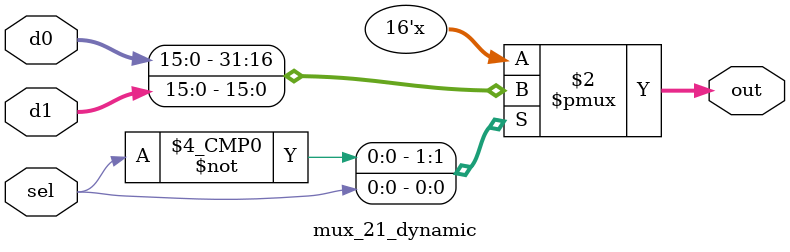
<source format=sv>
module mux_21_dynamic
	#(parameter width = 16)
				(
					input 	logic 	sel, 
			  		input	logic 	[width - 1 : 0] d0, d1,
			  		output 	logic 	[width - 1 : 0]	out
		  		);
	always_comb
	begin
		unique case (sel)
			1'b0 	:	out = d0;
			1'b1	:	out = d1;
		endcase
	end
endmodule 
</source>
